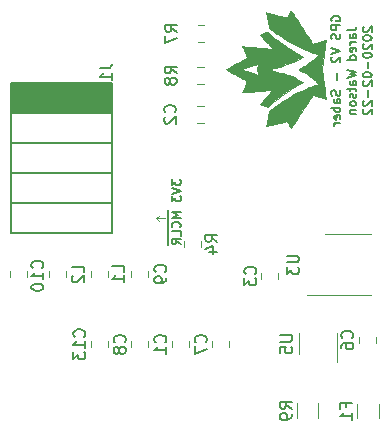
<source format=gbo>
G04 #@! TF.GenerationSoftware,KiCad,Pcbnew,(5.1.4)-1*
G04 #@! TF.CreationDate,2020-02-22T17:54:15-05:00*
G04 #@! TF.ProjectId,gps_2,6770735f-322e-46b6-9963-61645f706362,rev?*
G04 #@! TF.SameCoordinates,Original*
G04 #@! TF.FileFunction,Legend,Bot*
G04 #@! TF.FilePolarity,Positive*
%FSLAX46Y46*%
G04 Gerber Fmt 4.6, Leading zero omitted, Abs format (unit mm)*
G04 Created by KiCad (PCBNEW (5.1.4)-1) date 2020-02-22 17:54:15*
%MOMM*%
%LPD*%
G04 APERTURE LIST*
%ADD10C,0.120000*%
%ADD11C,0.190500*%
%ADD12C,0.127000*%
%ADD13C,0.010000*%
%ADD14C,0.150000*%
G04 APERTURE END LIST*
D10*
X79502000Y-52451000D02*
X79730600Y-52654200D01*
X79502000Y-52451000D02*
X79705200Y-52247800D01*
X80213200Y-52451000D02*
X79502000Y-52451000D01*
D11*
X94348300Y-35737800D02*
X94312014Y-35665228D01*
X94312014Y-35556371D01*
X94348300Y-35447514D01*
X94420871Y-35374942D01*
X94493442Y-35338657D01*
X94638585Y-35302371D01*
X94747442Y-35302371D01*
X94892585Y-35338657D01*
X94965157Y-35374942D01*
X95037728Y-35447514D01*
X95074014Y-35556371D01*
X95074014Y-35628942D01*
X95037728Y-35737800D01*
X95001442Y-35774085D01*
X94747442Y-35774085D01*
X94747442Y-35628942D01*
X95074014Y-36100657D02*
X94312014Y-36100657D01*
X94312014Y-36390942D01*
X94348300Y-36463514D01*
X94384585Y-36499800D01*
X94457157Y-36536085D01*
X94566014Y-36536085D01*
X94638585Y-36499800D01*
X94674871Y-36463514D01*
X94711157Y-36390942D01*
X94711157Y-36100657D01*
X95037728Y-36826371D02*
X95074014Y-36935228D01*
X95074014Y-37116657D01*
X95037728Y-37189228D01*
X95001442Y-37225514D01*
X94928871Y-37261800D01*
X94856300Y-37261800D01*
X94783728Y-37225514D01*
X94747442Y-37189228D01*
X94711157Y-37116657D01*
X94674871Y-36971514D01*
X94638585Y-36898942D01*
X94602300Y-36862657D01*
X94529728Y-36826371D01*
X94457157Y-36826371D01*
X94384585Y-36862657D01*
X94348300Y-36898942D01*
X94312014Y-36971514D01*
X94312014Y-37152942D01*
X94348300Y-37261800D01*
X94312014Y-38060085D02*
X95074014Y-38314085D01*
X94312014Y-38568085D01*
X94384585Y-38785800D02*
X94348300Y-38822085D01*
X94312014Y-38894657D01*
X94312014Y-39076085D01*
X94348300Y-39148657D01*
X94384585Y-39184942D01*
X94457157Y-39221228D01*
X94529728Y-39221228D01*
X94638585Y-39184942D01*
X95074014Y-38749514D01*
X95074014Y-39221228D01*
X94783728Y-40128371D02*
X94783728Y-40708942D01*
X95037728Y-41616085D02*
X95074014Y-41724942D01*
X95074014Y-41906371D01*
X95037728Y-41978942D01*
X95001442Y-42015228D01*
X94928871Y-42051514D01*
X94856300Y-42051514D01*
X94783728Y-42015228D01*
X94747442Y-41978942D01*
X94711157Y-41906371D01*
X94674871Y-41761228D01*
X94638585Y-41688657D01*
X94602300Y-41652371D01*
X94529728Y-41616085D01*
X94457157Y-41616085D01*
X94384585Y-41652371D01*
X94348300Y-41688657D01*
X94312014Y-41761228D01*
X94312014Y-41942657D01*
X94348300Y-42051514D01*
X95074014Y-42704657D02*
X94674871Y-42704657D01*
X94602300Y-42668371D01*
X94566014Y-42595800D01*
X94566014Y-42450657D01*
X94602300Y-42378085D01*
X95037728Y-42704657D02*
X95074014Y-42632085D01*
X95074014Y-42450657D01*
X95037728Y-42378085D01*
X94965157Y-42341800D01*
X94892585Y-42341800D01*
X94820014Y-42378085D01*
X94783728Y-42450657D01*
X94783728Y-42632085D01*
X94747442Y-42704657D01*
X95074014Y-43067514D02*
X94312014Y-43067514D01*
X94602300Y-43067514D02*
X94566014Y-43140085D01*
X94566014Y-43285228D01*
X94602300Y-43357800D01*
X94638585Y-43394085D01*
X94711157Y-43430371D01*
X94928871Y-43430371D01*
X95001442Y-43394085D01*
X95037728Y-43357800D01*
X95074014Y-43285228D01*
X95074014Y-43140085D01*
X95037728Y-43067514D01*
X95037728Y-44047228D02*
X95074014Y-43974657D01*
X95074014Y-43829514D01*
X95037728Y-43756942D01*
X94965157Y-43720657D01*
X94674871Y-43720657D01*
X94602300Y-43756942D01*
X94566014Y-43829514D01*
X94566014Y-43974657D01*
X94602300Y-44047228D01*
X94674871Y-44083514D01*
X94747442Y-44083514D01*
X94820014Y-43720657D01*
X95074014Y-44410085D02*
X94566014Y-44410085D01*
X94711157Y-44410085D02*
X94638585Y-44446371D01*
X94602300Y-44482657D01*
X94566014Y-44555228D01*
X94566014Y-44627800D01*
X95645514Y-36499800D02*
X96189800Y-36499800D01*
X96298657Y-36463514D01*
X96371228Y-36390942D01*
X96407514Y-36282085D01*
X96407514Y-36209514D01*
X96407514Y-37189228D02*
X96008371Y-37189228D01*
X95935800Y-37152942D01*
X95899514Y-37080371D01*
X95899514Y-36935228D01*
X95935800Y-36862657D01*
X96371228Y-37189228D02*
X96407514Y-37116657D01*
X96407514Y-36935228D01*
X96371228Y-36862657D01*
X96298657Y-36826371D01*
X96226085Y-36826371D01*
X96153514Y-36862657D01*
X96117228Y-36935228D01*
X96117228Y-37116657D01*
X96080942Y-37189228D01*
X96407514Y-37552085D02*
X95899514Y-37552085D01*
X96044657Y-37552085D02*
X95972085Y-37588371D01*
X95935800Y-37624657D01*
X95899514Y-37697228D01*
X95899514Y-37769799D01*
X96371228Y-38314085D02*
X96407514Y-38241514D01*
X96407514Y-38096371D01*
X96371228Y-38023799D01*
X96298657Y-37987514D01*
X96008371Y-37987514D01*
X95935800Y-38023799D01*
X95899514Y-38096371D01*
X95899514Y-38241514D01*
X95935800Y-38314085D01*
X96008371Y-38350371D01*
X96080942Y-38350371D01*
X96153514Y-37987514D01*
X96407514Y-39003514D02*
X95645514Y-39003514D01*
X96371228Y-39003514D02*
X96407514Y-38930942D01*
X96407514Y-38785799D01*
X96371228Y-38713228D01*
X96334942Y-38676942D01*
X96262371Y-38640657D01*
X96044657Y-38640657D01*
X95972085Y-38676942D01*
X95935800Y-38713228D01*
X95899514Y-38785799D01*
X95899514Y-38930942D01*
X95935800Y-39003514D01*
X95645514Y-39874371D02*
X96407514Y-40055799D01*
X95863228Y-40200942D01*
X96407514Y-40346085D01*
X95645514Y-40527514D01*
X96407514Y-41144371D02*
X96008371Y-41144371D01*
X95935800Y-41108085D01*
X95899514Y-41035514D01*
X95899514Y-40890371D01*
X95935800Y-40817799D01*
X96371228Y-41144371D02*
X96407514Y-41071799D01*
X96407514Y-40890371D01*
X96371228Y-40817799D01*
X96298657Y-40781514D01*
X96226085Y-40781514D01*
X96153514Y-40817799D01*
X96117228Y-40890371D01*
X96117228Y-41071799D01*
X96080942Y-41144371D01*
X95899514Y-41398371D02*
X95899514Y-41688657D01*
X95645514Y-41507228D02*
X96298657Y-41507228D01*
X96371228Y-41543514D01*
X96407514Y-41616085D01*
X96407514Y-41688657D01*
X96371228Y-41906371D02*
X96407514Y-41978942D01*
X96407514Y-42124085D01*
X96371228Y-42196657D01*
X96298657Y-42232942D01*
X96262371Y-42232942D01*
X96189800Y-42196657D01*
X96153514Y-42124085D01*
X96153514Y-42015228D01*
X96117228Y-41942657D01*
X96044657Y-41906371D01*
X96008371Y-41906371D01*
X95935800Y-41942657D01*
X95899514Y-42015228D01*
X95899514Y-42124085D01*
X95935800Y-42196657D01*
X96407514Y-42668371D02*
X96371228Y-42595799D01*
X96334942Y-42559514D01*
X96262371Y-42523228D01*
X96044657Y-42523228D01*
X95972085Y-42559514D01*
X95935800Y-42595799D01*
X95899514Y-42668371D01*
X95899514Y-42777228D01*
X95935800Y-42849799D01*
X95972085Y-42886085D01*
X96044657Y-42922371D01*
X96262371Y-42922371D01*
X96334942Y-42886085D01*
X96371228Y-42849799D01*
X96407514Y-42777228D01*
X96407514Y-42668371D01*
X95899514Y-43248942D02*
X96407514Y-43248942D01*
X95972085Y-43248942D02*
X95935800Y-43285228D01*
X95899514Y-43357799D01*
X95899514Y-43466657D01*
X95935800Y-43539228D01*
X96008371Y-43575514D01*
X96407514Y-43575514D01*
X97051585Y-36227657D02*
X97015300Y-36263942D01*
X96979014Y-36336514D01*
X96979014Y-36517942D01*
X97015300Y-36590514D01*
X97051585Y-36626800D01*
X97124157Y-36663085D01*
X97196728Y-36663085D01*
X97305585Y-36626800D01*
X97741014Y-36191371D01*
X97741014Y-36663085D01*
X96979014Y-37134800D02*
X96979014Y-37207371D01*
X97015300Y-37279942D01*
X97051585Y-37316228D01*
X97124157Y-37352514D01*
X97269300Y-37388800D01*
X97450728Y-37388800D01*
X97595871Y-37352514D01*
X97668442Y-37316228D01*
X97704728Y-37279942D01*
X97741014Y-37207371D01*
X97741014Y-37134800D01*
X97704728Y-37062228D01*
X97668442Y-37025942D01*
X97595871Y-36989657D01*
X97450728Y-36953371D01*
X97269300Y-36953371D01*
X97124157Y-36989657D01*
X97051585Y-37025942D01*
X97015300Y-37062228D01*
X96979014Y-37134800D01*
X97051585Y-37679085D02*
X97015300Y-37715371D01*
X96979014Y-37787942D01*
X96979014Y-37969371D01*
X97015300Y-38041942D01*
X97051585Y-38078228D01*
X97124157Y-38114514D01*
X97196728Y-38114514D01*
X97305585Y-38078228D01*
X97741014Y-37642800D01*
X97741014Y-38114514D01*
X96979014Y-38586228D02*
X96979014Y-38658800D01*
X97015300Y-38731371D01*
X97051585Y-38767657D01*
X97124157Y-38803942D01*
X97269300Y-38840228D01*
X97450728Y-38840228D01*
X97595871Y-38803942D01*
X97668442Y-38767657D01*
X97704728Y-38731371D01*
X97741014Y-38658800D01*
X97741014Y-38586228D01*
X97704728Y-38513657D01*
X97668442Y-38477371D01*
X97595871Y-38441085D01*
X97450728Y-38404800D01*
X97269300Y-38404800D01*
X97124157Y-38441085D01*
X97051585Y-38477371D01*
X97015300Y-38513657D01*
X96979014Y-38586228D01*
X97450728Y-39166800D02*
X97450728Y-39747371D01*
X96979014Y-40255371D02*
X96979014Y-40327942D01*
X97015300Y-40400514D01*
X97051585Y-40436800D01*
X97124157Y-40473085D01*
X97269300Y-40509371D01*
X97450728Y-40509371D01*
X97595871Y-40473085D01*
X97668442Y-40436800D01*
X97704728Y-40400514D01*
X97741014Y-40327942D01*
X97741014Y-40255371D01*
X97704728Y-40182800D01*
X97668442Y-40146514D01*
X97595871Y-40110228D01*
X97450728Y-40073942D01*
X97269300Y-40073942D01*
X97124157Y-40110228D01*
X97051585Y-40146514D01*
X97015300Y-40182800D01*
X96979014Y-40255371D01*
X97051585Y-40799657D02*
X97015300Y-40835942D01*
X96979014Y-40908514D01*
X96979014Y-41089942D01*
X97015300Y-41162514D01*
X97051585Y-41198800D01*
X97124157Y-41235085D01*
X97196728Y-41235085D01*
X97305585Y-41198800D01*
X97741014Y-40763371D01*
X97741014Y-41235085D01*
X97450728Y-41561657D02*
X97450728Y-42142228D01*
X97051585Y-42468800D02*
X97015300Y-42505085D01*
X96979014Y-42577657D01*
X96979014Y-42759085D01*
X97015300Y-42831657D01*
X97051585Y-42867942D01*
X97124157Y-42904228D01*
X97196728Y-42904228D01*
X97305585Y-42867942D01*
X97741014Y-42432514D01*
X97741014Y-42904228D01*
X97051585Y-43194514D02*
X97015300Y-43230800D01*
X96979014Y-43303371D01*
X96979014Y-43484800D01*
X97015300Y-43557371D01*
X97051585Y-43593657D01*
X97124157Y-43629942D01*
X97196728Y-43629942D01*
X97305585Y-43593657D01*
X97741014Y-43158228D01*
X97741014Y-43629942D01*
D12*
X80786514Y-49152628D02*
X80786514Y-49624342D01*
X81076800Y-49370342D01*
X81076800Y-49479200D01*
X81113085Y-49551771D01*
X81149371Y-49588057D01*
X81221942Y-49624342D01*
X81403371Y-49624342D01*
X81475942Y-49588057D01*
X81512228Y-49551771D01*
X81548514Y-49479200D01*
X81548514Y-49261485D01*
X81512228Y-49188914D01*
X81475942Y-49152628D01*
X80786514Y-49842057D02*
X81548514Y-50096057D01*
X80786514Y-50350057D01*
X80786514Y-50531485D02*
X80786514Y-51003200D01*
X81076800Y-50749200D01*
X81076800Y-50858057D01*
X81113085Y-50930628D01*
X81149371Y-50966914D01*
X81221942Y-51003200D01*
X81403371Y-51003200D01*
X81475942Y-50966914D01*
X81512228Y-50930628D01*
X81548514Y-50858057D01*
X81548514Y-50640342D01*
X81512228Y-50567771D01*
X81475942Y-50531485D01*
X80490060Y-51728914D02*
X80490060Y-52599771D01*
X81548514Y-51910342D02*
X80786514Y-51910342D01*
X81330800Y-52164342D01*
X80786514Y-52418342D01*
X81548514Y-52418342D01*
X80490060Y-52599771D02*
X80490060Y-53361771D01*
X81475942Y-53216628D02*
X81512228Y-53180342D01*
X81548514Y-53071485D01*
X81548514Y-52998914D01*
X81512228Y-52890057D01*
X81439657Y-52817485D01*
X81367085Y-52781200D01*
X81221942Y-52744914D01*
X81113085Y-52744914D01*
X80967942Y-52781200D01*
X80895371Y-52817485D01*
X80822800Y-52890057D01*
X80786514Y-52998914D01*
X80786514Y-53071485D01*
X80822800Y-53180342D01*
X80859085Y-53216628D01*
X80490060Y-53361771D02*
X80490060Y-53978628D01*
X81548514Y-53906057D02*
X81548514Y-53543200D01*
X80786514Y-53543200D01*
X80490060Y-53978628D02*
X80490060Y-54740628D01*
X81548514Y-54595485D02*
X81185657Y-54341485D01*
X81548514Y-54160057D02*
X80786514Y-54160057D01*
X80786514Y-54450342D01*
X80822800Y-54522914D01*
X80859085Y-54559200D01*
X80931657Y-54595485D01*
X81040514Y-54595485D01*
X81113085Y-54559200D01*
X81149371Y-54522914D01*
X81185657Y-54450342D01*
X81185657Y-54160057D01*
D13*
G36*
X85407010Y-39843028D02*
G01*
X85441338Y-39864231D01*
X85496188Y-39896666D01*
X85569630Y-39939234D01*
X85659737Y-39990834D01*
X85764580Y-40050366D01*
X85882229Y-40116730D01*
X86010756Y-40188826D01*
X86148233Y-40265552D01*
X86267987Y-40332094D01*
X86411933Y-40411938D01*
X86548989Y-40487995D01*
X86677176Y-40559165D01*
X86794511Y-40624347D01*
X86899016Y-40682438D01*
X86988709Y-40732338D01*
X87061610Y-40772945D01*
X87115739Y-40803159D01*
X87149116Y-40821878D01*
X87159594Y-40827867D01*
X87162401Y-40836314D01*
X87159100Y-40856019D01*
X87148902Y-40889026D01*
X87131017Y-40937380D01*
X87104656Y-41003123D01*
X87069031Y-41088302D01*
X87023352Y-41194960D01*
X86973970Y-41308765D01*
X86927719Y-41415658D01*
X86885596Y-41514465D01*
X86848780Y-41602309D01*
X86818450Y-41676313D01*
X86795785Y-41733598D01*
X86781963Y-41771286D01*
X86778164Y-41786501D01*
X86778234Y-41786599D01*
X86793046Y-41786560D01*
X86833616Y-41783990D01*
X86897998Y-41779059D01*
X86984244Y-41771942D01*
X87090409Y-41762810D01*
X87214546Y-41751835D01*
X87354709Y-41739190D01*
X87508951Y-41725048D01*
X87675327Y-41709580D01*
X87851890Y-41692960D01*
X88036693Y-41675359D01*
X88067426Y-41672412D01*
X88253315Y-41654641D01*
X88431227Y-41637764D01*
X88599220Y-41621958D01*
X88755354Y-41607398D01*
X88897688Y-41594263D01*
X89024282Y-41582728D01*
X89133195Y-41572969D01*
X89222485Y-41565165D01*
X89290213Y-41559491D01*
X89334438Y-41556123D01*
X89353219Y-41555240D01*
X89353738Y-41555345D01*
X89345821Y-41566503D01*
X89320973Y-41596575D01*
X89280805Y-41643713D01*
X89226926Y-41706067D01*
X89160945Y-41781791D01*
X89084472Y-41869035D01*
X88999118Y-41965951D01*
X88906491Y-42070690D01*
X88824279Y-42163322D01*
X88726587Y-42273416D01*
X88634646Y-42377399D01*
X88550090Y-42473400D01*
X88474552Y-42559548D01*
X88409665Y-42633969D01*
X88357061Y-42694794D01*
X88318374Y-42740149D01*
X88295235Y-42768164D01*
X88289009Y-42776906D01*
X88292125Y-42781155D01*
X88303016Y-42787684D01*
X88323995Y-42797398D01*
X88357377Y-42811202D01*
X88405476Y-42830001D01*
X88470604Y-42854701D01*
X88555077Y-42886206D01*
X88661207Y-42925422D01*
X88784366Y-42970706D01*
X88896984Y-43012053D01*
X89033804Y-42893452D01*
X89214811Y-42740432D01*
X89412990Y-42579933D01*
X89625120Y-42414207D01*
X89847982Y-42245506D01*
X90078356Y-42076079D01*
X90313021Y-41908179D01*
X90548758Y-41744057D01*
X90782346Y-41585964D01*
X91010566Y-41436152D01*
X91230197Y-41296872D01*
X91438019Y-41170374D01*
X91630813Y-41058911D01*
X91754073Y-40991584D01*
X91896445Y-40916001D01*
X91829715Y-40870089D01*
X91692990Y-40782567D01*
X91533644Y-40691877D01*
X91356374Y-40600199D01*
X91165874Y-40509714D01*
X90966842Y-40422604D01*
X90763974Y-40341049D01*
X90561965Y-40267231D01*
X90453228Y-40230815D01*
X90239160Y-40165149D01*
X90003994Y-40099422D01*
X89754411Y-40035289D01*
X89497096Y-39974409D01*
X89238731Y-39918437D01*
X89017594Y-39874892D01*
X88806727Y-39835458D01*
X89163731Y-39763807D01*
X89535504Y-39684626D01*
X89881780Y-39601214D01*
X90204676Y-39512820D01*
X90506312Y-39418694D01*
X90788806Y-39318085D01*
X91054277Y-39210243D01*
X91304844Y-39094418D01*
X91542627Y-38969860D01*
X91750577Y-38847737D01*
X91803408Y-38814487D01*
X91846911Y-38786063D01*
X91875911Y-38765914D01*
X91885178Y-38758092D01*
X91876478Y-38747761D01*
X91847879Y-38728531D01*
X91804518Y-38703673D01*
X91776897Y-38689125D01*
X91626168Y-38608230D01*
X91457322Y-38510982D01*
X91273190Y-38399358D01*
X91076603Y-38275332D01*
X90870394Y-38140881D01*
X90657393Y-37997981D01*
X90440432Y-37848608D01*
X90222344Y-37694738D01*
X90005958Y-37538347D01*
X89794108Y-37381411D01*
X89589625Y-37225906D01*
X89395339Y-37073808D01*
X89214084Y-36927093D01*
X89048689Y-36787737D01*
X89033804Y-36774866D01*
X88896984Y-36656265D01*
X88784366Y-36697612D01*
X88655471Y-36745008D01*
X88550436Y-36783831D01*
X88466948Y-36814983D01*
X88402695Y-36839369D01*
X88355364Y-36857893D01*
X88322643Y-36871459D01*
X88302220Y-36880971D01*
X88291782Y-36887333D01*
X88289009Y-36891264D01*
X88298001Y-36903444D01*
X88323889Y-36934527D01*
X88365041Y-36982639D01*
X88419826Y-37045910D01*
X88486611Y-37122467D01*
X88563765Y-37210439D01*
X88649655Y-37307955D01*
X88742651Y-37413142D01*
X88824124Y-37505002D01*
X88921581Y-37614927D01*
X89013124Y-37718573D01*
X89097145Y-37814092D01*
X89172035Y-37899636D01*
X89236183Y-37973356D01*
X89287980Y-38033404D01*
X89325818Y-38077932D01*
X89348087Y-38105090D01*
X89353583Y-38113128D01*
X89339218Y-38112649D01*
X89299087Y-38109659D01*
X89235132Y-38104333D01*
X89149293Y-38096850D01*
X89043509Y-38087386D01*
X88919722Y-38076117D01*
X88779872Y-38063221D01*
X88625899Y-38048875D01*
X88459743Y-38033254D01*
X88283346Y-38016537D01*
X88260717Y-38014377D01*
X88260717Y-39328439D01*
X88262202Y-39333525D01*
X88247140Y-39353976D01*
X88218727Y-39385535D01*
X88214811Y-39389619D01*
X88173826Y-39438855D01*
X88131815Y-39500036D01*
X88100057Y-39555803D01*
X88052887Y-39680024D01*
X88032748Y-39806122D01*
X88039220Y-39931346D01*
X88071885Y-40052943D01*
X88130325Y-40168161D01*
X88208306Y-40268104D01*
X88240038Y-40303723D01*
X88259448Y-40329007D01*
X88263447Y-40339783D01*
X88261173Y-40339561D01*
X88244434Y-40334193D01*
X88203502Y-40321293D01*
X88140762Y-40301607D01*
X88058596Y-40275881D01*
X87959391Y-40244859D01*
X87845528Y-40209288D01*
X87719393Y-40169913D01*
X87583369Y-40127480D01*
X87446981Y-40084959D01*
X87304400Y-40040494D01*
X87169942Y-39998515D01*
X87045922Y-39959746D01*
X86934656Y-39924913D01*
X86838456Y-39894742D01*
X86759638Y-39869960D01*
X86700516Y-39851291D01*
X86663405Y-39839462D01*
X86650624Y-39835208D01*
X86662975Y-39830739D01*
X86699620Y-39818730D01*
X86758272Y-39799903D01*
X86836644Y-39774982D01*
X86932448Y-39744689D01*
X87043399Y-39709748D01*
X87167209Y-39670882D01*
X87301591Y-39628814D01*
X87443939Y-39584366D01*
X87587417Y-39539602D01*
X87723264Y-39497181D01*
X87849101Y-39457847D01*
X87962553Y-39422346D01*
X88061242Y-39391423D01*
X88142790Y-39365822D01*
X88204821Y-39346287D01*
X88244957Y-39333565D01*
X88260717Y-39328439D01*
X88260717Y-38014377D01*
X88098647Y-37998900D01*
X88067426Y-37995906D01*
X87881462Y-37978163D01*
X87703420Y-37961375D01*
X87535245Y-37945714D01*
X87378885Y-37931352D01*
X87236286Y-37918462D01*
X87109395Y-37907216D01*
X87000158Y-37897786D01*
X86910522Y-37890344D01*
X86842433Y-37885062D01*
X86797839Y-37882113D01*
X86778684Y-37881669D01*
X86778107Y-37881846D01*
X86781456Y-37896171D01*
X86794863Y-37933075D01*
X86817148Y-37989672D01*
X86847132Y-38063075D01*
X86883635Y-38150397D01*
X86925477Y-38248750D01*
X86971478Y-38355248D01*
X86972436Y-38357449D01*
X87018740Y-38463971D01*
X87061338Y-38562211D01*
X87098997Y-38649305D01*
X87130484Y-38722392D01*
X87154566Y-38778610D01*
X87170009Y-38815097D01*
X87175582Y-38828990D01*
X87175584Y-38829018D01*
X87163721Y-38836369D01*
X87129406Y-38856119D01*
X87074544Y-38887204D01*
X87001043Y-38928554D01*
X86910812Y-38979104D01*
X86805757Y-39037786D01*
X86687786Y-39103533D01*
X86558807Y-39175279D01*
X86420726Y-39251955D01*
X86285332Y-39327022D01*
X86140412Y-39407497D01*
X86002822Y-39484263D01*
X85874471Y-39556232D01*
X85757272Y-39622316D01*
X85653133Y-39681426D01*
X85563964Y-39732475D01*
X85491676Y-39774374D01*
X85438178Y-39806035D01*
X85405382Y-39826369D01*
X85395133Y-39834159D01*
X85407010Y-39843028D01*
X85407010Y-39843028D01*
G37*
X85407010Y-39843028D02*
X85441338Y-39864231D01*
X85496188Y-39896666D01*
X85569630Y-39939234D01*
X85659737Y-39990834D01*
X85764580Y-40050366D01*
X85882229Y-40116730D01*
X86010756Y-40188826D01*
X86148233Y-40265552D01*
X86267987Y-40332094D01*
X86411933Y-40411938D01*
X86548989Y-40487995D01*
X86677176Y-40559165D01*
X86794511Y-40624347D01*
X86899016Y-40682438D01*
X86988709Y-40732338D01*
X87061610Y-40772945D01*
X87115739Y-40803159D01*
X87149116Y-40821878D01*
X87159594Y-40827867D01*
X87162401Y-40836314D01*
X87159100Y-40856019D01*
X87148902Y-40889026D01*
X87131017Y-40937380D01*
X87104656Y-41003123D01*
X87069031Y-41088302D01*
X87023352Y-41194960D01*
X86973970Y-41308765D01*
X86927719Y-41415658D01*
X86885596Y-41514465D01*
X86848780Y-41602309D01*
X86818450Y-41676313D01*
X86795785Y-41733598D01*
X86781963Y-41771286D01*
X86778164Y-41786501D01*
X86778234Y-41786599D01*
X86793046Y-41786560D01*
X86833616Y-41783990D01*
X86897998Y-41779059D01*
X86984244Y-41771942D01*
X87090409Y-41762810D01*
X87214546Y-41751835D01*
X87354709Y-41739190D01*
X87508951Y-41725048D01*
X87675327Y-41709580D01*
X87851890Y-41692960D01*
X88036693Y-41675359D01*
X88067426Y-41672412D01*
X88253315Y-41654641D01*
X88431227Y-41637764D01*
X88599220Y-41621958D01*
X88755354Y-41607398D01*
X88897688Y-41594263D01*
X89024282Y-41582728D01*
X89133195Y-41572969D01*
X89222485Y-41565165D01*
X89290213Y-41559491D01*
X89334438Y-41556123D01*
X89353219Y-41555240D01*
X89353738Y-41555345D01*
X89345821Y-41566503D01*
X89320973Y-41596575D01*
X89280805Y-41643713D01*
X89226926Y-41706067D01*
X89160945Y-41781791D01*
X89084472Y-41869035D01*
X88999118Y-41965951D01*
X88906491Y-42070690D01*
X88824279Y-42163322D01*
X88726587Y-42273416D01*
X88634646Y-42377399D01*
X88550090Y-42473400D01*
X88474552Y-42559548D01*
X88409665Y-42633969D01*
X88357061Y-42694794D01*
X88318374Y-42740149D01*
X88295235Y-42768164D01*
X88289009Y-42776906D01*
X88292125Y-42781155D01*
X88303016Y-42787684D01*
X88323995Y-42797398D01*
X88357377Y-42811202D01*
X88405476Y-42830001D01*
X88470604Y-42854701D01*
X88555077Y-42886206D01*
X88661207Y-42925422D01*
X88784366Y-42970706D01*
X88896984Y-43012053D01*
X89033804Y-42893452D01*
X89214811Y-42740432D01*
X89412990Y-42579933D01*
X89625120Y-42414207D01*
X89847982Y-42245506D01*
X90078356Y-42076079D01*
X90313021Y-41908179D01*
X90548758Y-41744057D01*
X90782346Y-41585964D01*
X91010566Y-41436152D01*
X91230197Y-41296872D01*
X91438019Y-41170374D01*
X91630813Y-41058911D01*
X91754073Y-40991584D01*
X91896445Y-40916001D01*
X91829715Y-40870089D01*
X91692990Y-40782567D01*
X91533644Y-40691877D01*
X91356374Y-40600199D01*
X91165874Y-40509714D01*
X90966842Y-40422604D01*
X90763974Y-40341049D01*
X90561965Y-40267231D01*
X90453228Y-40230815D01*
X90239160Y-40165149D01*
X90003994Y-40099422D01*
X89754411Y-40035289D01*
X89497096Y-39974409D01*
X89238731Y-39918437D01*
X89017594Y-39874892D01*
X88806727Y-39835458D01*
X89163731Y-39763807D01*
X89535504Y-39684626D01*
X89881780Y-39601214D01*
X90204676Y-39512820D01*
X90506312Y-39418694D01*
X90788806Y-39318085D01*
X91054277Y-39210243D01*
X91304844Y-39094418D01*
X91542627Y-38969860D01*
X91750577Y-38847737D01*
X91803408Y-38814487D01*
X91846911Y-38786063D01*
X91875911Y-38765914D01*
X91885178Y-38758092D01*
X91876478Y-38747761D01*
X91847879Y-38728531D01*
X91804518Y-38703673D01*
X91776897Y-38689125D01*
X91626168Y-38608230D01*
X91457322Y-38510982D01*
X91273190Y-38399358D01*
X91076603Y-38275332D01*
X90870394Y-38140881D01*
X90657393Y-37997981D01*
X90440432Y-37848608D01*
X90222344Y-37694738D01*
X90005958Y-37538347D01*
X89794108Y-37381411D01*
X89589625Y-37225906D01*
X89395339Y-37073808D01*
X89214084Y-36927093D01*
X89048689Y-36787737D01*
X89033804Y-36774866D01*
X88896984Y-36656265D01*
X88784366Y-36697612D01*
X88655471Y-36745008D01*
X88550436Y-36783831D01*
X88466948Y-36814983D01*
X88402695Y-36839369D01*
X88355364Y-36857893D01*
X88322643Y-36871459D01*
X88302220Y-36880971D01*
X88291782Y-36887333D01*
X88289009Y-36891264D01*
X88298001Y-36903444D01*
X88323889Y-36934527D01*
X88365041Y-36982639D01*
X88419826Y-37045910D01*
X88486611Y-37122467D01*
X88563765Y-37210439D01*
X88649655Y-37307955D01*
X88742651Y-37413142D01*
X88824124Y-37505002D01*
X88921581Y-37614927D01*
X89013124Y-37718573D01*
X89097145Y-37814092D01*
X89172035Y-37899636D01*
X89236183Y-37973356D01*
X89287980Y-38033404D01*
X89325818Y-38077932D01*
X89348087Y-38105090D01*
X89353583Y-38113128D01*
X89339218Y-38112649D01*
X89299087Y-38109659D01*
X89235132Y-38104333D01*
X89149293Y-38096850D01*
X89043509Y-38087386D01*
X88919722Y-38076117D01*
X88779872Y-38063221D01*
X88625899Y-38048875D01*
X88459743Y-38033254D01*
X88283346Y-38016537D01*
X88260717Y-38014377D01*
X88260717Y-39328439D01*
X88262202Y-39333525D01*
X88247140Y-39353976D01*
X88218727Y-39385535D01*
X88214811Y-39389619D01*
X88173826Y-39438855D01*
X88131815Y-39500036D01*
X88100057Y-39555803D01*
X88052887Y-39680024D01*
X88032748Y-39806122D01*
X88039220Y-39931346D01*
X88071885Y-40052943D01*
X88130325Y-40168161D01*
X88208306Y-40268104D01*
X88240038Y-40303723D01*
X88259448Y-40329007D01*
X88263447Y-40339783D01*
X88261173Y-40339561D01*
X88244434Y-40334193D01*
X88203502Y-40321293D01*
X88140762Y-40301607D01*
X88058596Y-40275881D01*
X87959391Y-40244859D01*
X87845528Y-40209288D01*
X87719393Y-40169913D01*
X87583369Y-40127480D01*
X87446981Y-40084959D01*
X87304400Y-40040494D01*
X87169942Y-39998515D01*
X87045922Y-39959746D01*
X86934656Y-39924913D01*
X86838456Y-39894742D01*
X86759638Y-39869960D01*
X86700516Y-39851291D01*
X86663405Y-39839462D01*
X86650624Y-39835208D01*
X86662975Y-39830739D01*
X86699620Y-39818730D01*
X86758272Y-39799903D01*
X86836644Y-39774982D01*
X86932448Y-39744689D01*
X87043399Y-39709748D01*
X87167209Y-39670882D01*
X87301591Y-39628814D01*
X87443939Y-39584366D01*
X87587417Y-39539602D01*
X87723264Y-39497181D01*
X87849101Y-39457847D01*
X87962553Y-39422346D01*
X88061242Y-39391423D01*
X88142790Y-39365822D01*
X88204821Y-39346287D01*
X88244957Y-39333565D01*
X88260717Y-39328439D01*
X88260717Y-38014377D01*
X88098647Y-37998900D01*
X88067426Y-37995906D01*
X87881462Y-37978163D01*
X87703420Y-37961375D01*
X87535245Y-37945714D01*
X87378885Y-37931352D01*
X87236286Y-37918462D01*
X87109395Y-37907216D01*
X87000158Y-37897786D01*
X86910522Y-37890344D01*
X86842433Y-37885062D01*
X86797839Y-37882113D01*
X86778684Y-37881669D01*
X86778107Y-37881846D01*
X86781456Y-37896171D01*
X86794863Y-37933075D01*
X86817148Y-37989672D01*
X86847132Y-38063075D01*
X86883635Y-38150397D01*
X86925477Y-38248750D01*
X86971478Y-38355248D01*
X86972436Y-38357449D01*
X87018740Y-38463971D01*
X87061338Y-38562211D01*
X87098997Y-38649305D01*
X87130484Y-38722392D01*
X87154566Y-38778610D01*
X87170009Y-38815097D01*
X87175582Y-38828990D01*
X87175584Y-38829018D01*
X87163721Y-38836369D01*
X87129406Y-38856119D01*
X87074544Y-38887204D01*
X87001043Y-38928554D01*
X86910812Y-38979104D01*
X86805757Y-39037786D01*
X86687786Y-39103533D01*
X86558807Y-39175279D01*
X86420726Y-39251955D01*
X86285332Y-39327022D01*
X86140412Y-39407497D01*
X86002822Y-39484263D01*
X85874471Y-39556232D01*
X85757272Y-39622316D01*
X85653133Y-39681426D01*
X85563964Y-39732475D01*
X85491676Y-39774374D01*
X85438178Y-39806035D01*
X85405382Y-39826369D01*
X85395133Y-39834159D01*
X85407010Y-39843028D01*
G36*
X88799139Y-35028593D02*
G01*
X88805999Y-35067266D01*
X88817260Y-35127904D01*
X88832410Y-35207838D01*
X88850942Y-35304398D01*
X88872344Y-35414917D01*
X88896109Y-35536724D01*
X88921726Y-35667151D01*
X88922167Y-35669388D01*
X88954147Y-35830554D01*
X88981563Y-35966150D01*
X89004830Y-36077992D01*
X89024359Y-36167895D01*
X89040565Y-36237678D01*
X89053860Y-36289156D01*
X89064657Y-36324147D01*
X89073369Y-36344465D01*
X89076808Y-36349404D01*
X89103653Y-36374347D01*
X89150511Y-36412652D01*
X89214332Y-36462093D01*
X89292066Y-36520447D01*
X89380663Y-36585488D01*
X89477074Y-36654992D01*
X89578248Y-36726733D01*
X89681137Y-36798488D01*
X89782690Y-36868030D01*
X89847667Y-36911746D01*
X90165868Y-37118283D01*
X90494752Y-37320637D01*
X90830058Y-37516508D01*
X91167525Y-37703597D01*
X91502894Y-37879603D01*
X91831903Y-38042226D01*
X92150292Y-38189168D01*
X92450433Y-38316763D01*
X92532460Y-38348932D01*
X92626075Y-38383899D01*
X92726436Y-38420021D01*
X92828698Y-38455660D01*
X92928017Y-38489173D01*
X93019552Y-38518920D01*
X93098458Y-38543260D01*
X93159891Y-38560552D01*
X93191944Y-38567977D01*
X93225230Y-38576493D01*
X93242889Y-38585440D01*
X93243748Y-38587353D01*
X93233668Y-38600708D01*
X93205484Y-38629344D01*
X93162281Y-38670491D01*
X93107146Y-38721376D01*
X93043162Y-38779231D01*
X92973416Y-38841284D01*
X92900993Y-38904764D01*
X92828978Y-38966902D01*
X92760456Y-39024927D01*
X92709279Y-39067298D01*
X92545480Y-39197062D01*
X92383445Y-39316559D01*
X92216824Y-39430034D01*
X92039269Y-39541735D01*
X91844429Y-39655907D01*
X91750142Y-39708823D01*
X91680713Y-39748226D01*
X91621532Y-39783531D01*
X91576210Y-39812440D01*
X91548358Y-39832655D01*
X91541375Y-39841718D01*
X91557492Y-39852252D01*
X91592895Y-39872885D01*
X91642312Y-39900610D01*
X91698872Y-39931556D01*
X91970632Y-40085377D01*
X92220819Y-40241693D01*
X92455650Y-40404620D01*
X92681339Y-40578274D01*
X92707913Y-40599874D01*
X92771621Y-40652761D01*
X92841280Y-40711968D01*
X92913811Y-40774733D01*
X92986136Y-40838290D01*
X93055177Y-40899878D01*
X93117857Y-40956732D01*
X93171096Y-41006089D01*
X93211818Y-41045184D01*
X93236943Y-41071255D01*
X93243748Y-41080965D01*
X93231561Y-41089457D01*
X93201337Y-41098419D01*
X93191944Y-41100341D01*
X93147051Y-41111171D01*
X93081000Y-41130297D01*
X92998634Y-41156079D01*
X92904797Y-41186876D01*
X92804333Y-41221047D01*
X92702086Y-41256951D01*
X92602897Y-41292946D01*
X92511612Y-41327393D01*
X92450433Y-41351555D01*
X92152602Y-41478184D01*
X91839721Y-41622517D01*
X91516083Y-41782235D01*
X91185979Y-41955023D01*
X90853701Y-42138565D01*
X90523542Y-42330544D01*
X90199792Y-42528644D01*
X89886743Y-42730549D01*
X89849701Y-42755190D01*
X89750844Y-42821955D01*
X89648588Y-42892422D01*
X89545978Y-42964369D01*
X89446059Y-43035576D01*
X89351878Y-43103824D01*
X89266478Y-43166890D01*
X89192907Y-43222556D01*
X89134208Y-43268600D01*
X89093428Y-43302803D01*
X89077358Y-43318306D01*
X89069421Y-43333012D01*
X89059332Y-43362781D01*
X89046704Y-43409313D01*
X89031153Y-43474303D01*
X89012294Y-43559448D01*
X88989741Y-43666447D01*
X88963109Y-43796995D01*
X88932013Y-43952790D01*
X88923016Y-43998322D01*
X88897327Y-44128932D01*
X88873473Y-44250967D01*
X88851963Y-44361762D01*
X88833310Y-44458647D01*
X88818024Y-44538955D01*
X88806615Y-44600018D01*
X88799595Y-44639170D01*
X88797474Y-44653741D01*
X88797486Y-44653763D01*
X88810886Y-44650941D01*
X88848491Y-44641914D01*
X88907542Y-44627383D01*
X88985277Y-44608047D01*
X89078938Y-44584607D01*
X89185763Y-44557764D01*
X89302994Y-44528217D01*
X89427868Y-44496666D01*
X89557627Y-44463813D01*
X89689510Y-44430357D01*
X89820757Y-44396998D01*
X89948607Y-44364437D01*
X90070302Y-44333374D01*
X90183080Y-44304510D01*
X90284181Y-44278544D01*
X90370845Y-44256176D01*
X90440313Y-44238108D01*
X90489823Y-44225039D01*
X90516616Y-44217669D01*
X90517681Y-44217351D01*
X90528282Y-44220730D01*
X90544395Y-44237335D01*
X90567432Y-44269317D01*
X90598807Y-44318830D01*
X90639932Y-44388026D01*
X90692221Y-44479058D01*
X90709833Y-44510130D01*
X90756880Y-44592589D01*
X90799770Y-44666368D01*
X90836531Y-44728188D01*
X90865194Y-44774772D01*
X90883788Y-44802841D01*
X90889999Y-44809775D01*
X90898822Y-44798349D01*
X90921894Y-44765018D01*
X90958275Y-44711205D01*
X91007026Y-44638333D01*
X91067207Y-44547823D01*
X91137880Y-44441099D01*
X91218104Y-44319583D01*
X91306940Y-44184697D01*
X91403449Y-44037863D01*
X91506692Y-43880505D01*
X91615728Y-43714045D01*
X91729619Y-43539904D01*
X91818230Y-43404238D01*
X91935204Y-43225218D01*
X92048082Y-43052800D01*
X92155920Y-42888410D01*
X92257775Y-42733471D01*
X92352704Y-42589405D01*
X92439764Y-42457636D01*
X92518013Y-42339587D01*
X92586507Y-42236681D01*
X92644302Y-42150343D01*
X92690457Y-42081995D01*
X92724028Y-42033060D01*
X92744072Y-42004962D01*
X92749666Y-41998418D01*
X92765570Y-42002433D01*
X92805096Y-42014010D01*
X92865345Y-42032254D01*
X92943418Y-42056273D01*
X93036418Y-42085173D01*
X93141445Y-42118060D01*
X93255600Y-42154041D01*
X93296534Y-42166997D01*
X93412883Y-42203573D01*
X93520915Y-42236981D01*
X93617768Y-42266376D01*
X93700582Y-42290916D01*
X93766497Y-42309757D01*
X93812652Y-42322056D01*
X93836187Y-42326970D01*
X93838562Y-42326779D01*
X93838274Y-42311931D01*
X93834833Y-42271422D01*
X93828462Y-42207223D01*
X93819380Y-42121304D01*
X93807809Y-42015633D01*
X93793969Y-41892182D01*
X93778082Y-41752921D01*
X93760367Y-41599818D01*
X93741047Y-41434845D01*
X93720342Y-41259971D01*
X93698473Y-41077166D01*
X93698324Y-41075929D01*
X93549008Y-39834159D01*
X93695611Y-38617836D01*
X93717454Y-38436241D01*
X93738314Y-38262117D01*
X93757948Y-38097508D01*
X93776119Y-37944455D01*
X93792587Y-37805003D01*
X93807111Y-37681194D01*
X93819451Y-37575070D01*
X93829369Y-37488676D01*
X93836623Y-37424054D01*
X93840975Y-37383247D01*
X93842214Y-37368712D01*
X93838037Y-37343514D01*
X93830663Y-37335912D01*
X93815276Y-37339988D01*
X93776268Y-37351616D01*
X93716538Y-37369896D01*
X93638988Y-37393927D01*
X93546516Y-37422811D01*
X93442024Y-37455646D01*
X93328410Y-37491534D01*
X93292461Y-37502926D01*
X93176487Y-37539585D01*
X93068608Y-37573457D01*
X92971746Y-37603641D01*
X92888827Y-37629235D01*
X92822775Y-37649339D01*
X92776516Y-37663051D01*
X92752973Y-37669470D01*
X92750779Y-37669839D01*
X92741402Y-37658397D01*
X92717790Y-37625046D01*
X92680888Y-37571207D01*
X92631639Y-37498306D01*
X92570987Y-37407765D01*
X92499879Y-37301006D01*
X92419256Y-37179453D01*
X92330065Y-37044529D01*
X92233249Y-36897657D01*
X92129752Y-36740260D01*
X92020519Y-36573762D01*
X91906495Y-36399584D01*
X91817990Y-36264141D01*
X91701035Y-36085149D01*
X91588231Y-35912762D01*
X91480515Y-35748403D01*
X91378827Y-35593495D01*
X91284107Y-35449459D01*
X91197294Y-35317717D01*
X91119327Y-35199692D01*
X91051144Y-35096806D01*
X90993687Y-35010482D01*
X90947892Y-34942141D01*
X90914701Y-34893206D01*
X90895052Y-34865099D01*
X90889759Y-34858543D01*
X90880312Y-34870151D01*
X90859274Y-34902793D01*
X90828614Y-34953189D01*
X90790299Y-35018063D01*
X90746297Y-35094136D01*
X90709833Y-35158188D01*
X90654012Y-35256015D01*
X90609767Y-35331377D01*
X90575686Y-35386426D01*
X90550355Y-35423314D01*
X90532363Y-35444194D01*
X90520295Y-35451220D01*
X90517681Y-35450967D01*
X90492647Y-35444032D01*
X90444691Y-35431347D01*
X90376574Y-35413613D01*
X90291055Y-35391530D01*
X90190897Y-35365798D01*
X90078858Y-35337118D01*
X89957700Y-35306189D01*
X89830183Y-35273712D01*
X89699068Y-35240386D01*
X89567114Y-35206913D01*
X89437082Y-35173992D01*
X89311734Y-35142324D01*
X89193828Y-35112609D01*
X89086126Y-35085546D01*
X88991388Y-35061837D01*
X88912375Y-35042181D01*
X88851847Y-35027279D01*
X88812564Y-35017830D01*
X88797287Y-35014535D01*
X88797187Y-35014554D01*
X88799139Y-35028593D01*
X88799139Y-35028593D01*
G37*
X88799139Y-35028593D02*
X88805999Y-35067266D01*
X88817260Y-35127904D01*
X88832410Y-35207838D01*
X88850942Y-35304398D01*
X88872344Y-35414917D01*
X88896109Y-35536724D01*
X88921726Y-35667151D01*
X88922167Y-35669388D01*
X88954147Y-35830554D01*
X88981563Y-35966150D01*
X89004830Y-36077992D01*
X89024359Y-36167895D01*
X89040565Y-36237678D01*
X89053860Y-36289156D01*
X89064657Y-36324147D01*
X89073369Y-36344465D01*
X89076808Y-36349404D01*
X89103653Y-36374347D01*
X89150511Y-36412652D01*
X89214332Y-36462093D01*
X89292066Y-36520447D01*
X89380663Y-36585488D01*
X89477074Y-36654992D01*
X89578248Y-36726733D01*
X89681137Y-36798488D01*
X89782690Y-36868030D01*
X89847667Y-36911746D01*
X90165868Y-37118283D01*
X90494752Y-37320637D01*
X90830058Y-37516508D01*
X91167525Y-37703597D01*
X91502894Y-37879603D01*
X91831903Y-38042226D01*
X92150292Y-38189168D01*
X92450433Y-38316763D01*
X92532460Y-38348932D01*
X92626075Y-38383899D01*
X92726436Y-38420021D01*
X92828698Y-38455660D01*
X92928017Y-38489173D01*
X93019552Y-38518920D01*
X93098458Y-38543260D01*
X93159891Y-38560552D01*
X93191944Y-38567977D01*
X93225230Y-38576493D01*
X93242889Y-38585440D01*
X93243748Y-38587353D01*
X93233668Y-38600708D01*
X93205484Y-38629344D01*
X93162281Y-38670491D01*
X93107146Y-38721376D01*
X93043162Y-38779231D01*
X92973416Y-38841284D01*
X92900993Y-38904764D01*
X92828978Y-38966902D01*
X92760456Y-39024927D01*
X92709279Y-39067298D01*
X92545480Y-39197062D01*
X92383445Y-39316559D01*
X92216824Y-39430034D01*
X92039269Y-39541735D01*
X91844429Y-39655907D01*
X91750142Y-39708823D01*
X91680713Y-39748226D01*
X91621532Y-39783531D01*
X91576210Y-39812440D01*
X91548358Y-39832655D01*
X91541375Y-39841718D01*
X91557492Y-39852252D01*
X91592895Y-39872885D01*
X91642312Y-39900610D01*
X91698872Y-39931556D01*
X91970632Y-40085377D01*
X92220819Y-40241693D01*
X92455650Y-40404620D01*
X92681339Y-40578274D01*
X92707913Y-40599874D01*
X92771621Y-40652761D01*
X92841280Y-40711968D01*
X92913811Y-40774733D01*
X92986136Y-40838290D01*
X93055177Y-40899878D01*
X93117857Y-40956732D01*
X93171096Y-41006089D01*
X93211818Y-41045184D01*
X93236943Y-41071255D01*
X93243748Y-41080965D01*
X93231561Y-41089457D01*
X93201337Y-41098419D01*
X93191944Y-41100341D01*
X93147051Y-41111171D01*
X93081000Y-41130297D01*
X92998634Y-41156079D01*
X92904797Y-41186876D01*
X92804333Y-41221047D01*
X92702086Y-41256951D01*
X92602897Y-41292946D01*
X92511612Y-41327393D01*
X92450433Y-41351555D01*
X92152602Y-41478184D01*
X91839721Y-41622517D01*
X91516083Y-41782235D01*
X91185979Y-41955023D01*
X90853701Y-42138565D01*
X90523542Y-42330544D01*
X90199792Y-42528644D01*
X89886743Y-42730549D01*
X89849701Y-42755190D01*
X89750844Y-42821955D01*
X89648588Y-42892422D01*
X89545978Y-42964369D01*
X89446059Y-43035576D01*
X89351878Y-43103824D01*
X89266478Y-43166890D01*
X89192907Y-43222556D01*
X89134208Y-43268600D01*
X89093428Y-43302803D01*
X89077358Y-43318306D01*
X89069421Y-43333012D01*
X89059332Y-43362781D01*
X89046704Y-43409313D01*
X89031153Y-43474303D01*
X89012294Y-43559448D01*
X88989741Y-43666447D01*
X88963109Y-43796995D01*
X88932013Y-43952790D01*
X88923016Y-43998322D01*
X88897327Y-44128932D01*
X88873473Y-44250967D01*
X88851963Y-44361762D01*
X88833310Y-44458647D01*
X88818024Y-44538955D01*
X88806615Y-44600018D01*
X88799595Y-44639170D01*
X88797474Y-44653741D01*
X88797486Y-44653763D01*
X88810886Y-44650941D01*
X88848491Y-44641914D01*
X88907542Y-44627383D01*
X88985277Y-44608047D01*
X89078938Y-44584607D01*
X89185763Y-44557764D01*
X89302994Y-44528217D01*
X89427868Y-44496666D01*
X89557627Y-44463813D01*
X89689510Y-44430357D01*
X89820757Y-44396998D01*
X89948607Y-44364437D01*
X90070302Y-44333374D01*
X90183080Y-44304510D01*
X90284181Y-44278544D01*
X90370845Y-44256176D01*
X90440313Y-44238108D01*
X90489823Y-44225039D01*
X90516616Y-44217669D01*
X90517681Y-44217351D01*
X90528282Y-44220730D01*
X90544395Y-44237335D01*
X90567432Y-44269317D01*
X90598807Y-44318830D01*
X90639932Y-44388026D01*
X90692221Y-44479058D01*
X90709833Y-44510130D01*
X90756880Y-44592589D01*
X90799770Y-44666368D01*
X90836531Y-44728188D01*
X90865194Y-44774772D01*
X90883788Y-44802841D01*
X90889999Y-44809775D01*
X90898822Y-44798349D01*
X90921894Y-44765018D01*
X90958275Y-44711205D01*
X91007026Y-44638333D01*
X91067207Y-44547823D01*
X91137880Y-44441099D01*
X91218104Y-44319583D01*
X91306940Y-44184697D01*
X91403449Y-44037863D01*
X91506692Y-43880505D01*
X91615728Y-43714045D01*
X91729619Y-43539904D01*
X91818230Y-43404238D01*
X91935204Y-43225218D01*
X92048082Y-43052800D01*
X92155920Y-42888410D01*
X92257775Y-42733471D01*
X92352704Y-42589405D01*
X92439764Y-42457636D01*
X92518013Y-42339587D01*
X92586507Y-42236681D01*
X92644302Y-42150343D01*
X92690457Y-42081995D01*
X92724028Y-42033060D01*
X92744072Y-42004962D01*
X92749666Y-41998418D01*
X92765570Y-42002433D01*
X92805096Y-42014010D01*
X92865345Y-42032254D01*
X92943418Y-42056273D01*
X93036418Y-42085173D01*
X93141445Y-42118060D01*
X93255600Y-42154041D01*
X93296534Y-42166997D01*
X93412883Y-42203573D01*
X93520915Y-42236981D01*
X93617768Y-42266376D01*
X93700582Y-42290916D01*
X93766497Y-42309757D01*
X93812652Y-42322056D01*
X93836187Y-42326970D01*
X93838562Y-42326779D01*
X93838274Y-42311931D01*
X93834833Y-42271422D01*
X93828462Y-42207223D01*
X93819380Y-42121304D01*
X93807809Y-42015633D01*
X93793969Y-41892182D01*
X93778082Y-41752921D01*
X93760367Y-41599818D01*
X93741047Y-41434845D01*
X93720342Y-41259971D01*
X93698473Y-41077166D01*
X93698324Y-41075929D01*
X93549008Y-39834159D01*
X93695611Y-38617836D01*
X93717454Y-38436241D01*
X93738314Y-38262117D01*
X93757948Y-38097508D01*
X93776119Y-37944455D01*
X93792587Y-37805003D01*
X93807111Y-37681194D01*
X93819451Y-37575070D01*
X93829369Y-37488676D01*
X93836623Y-37424054D01*
X93840975Y-37383247D01*
X93842214Y-37368712D01*
X93838037Y-37343514D01*
X93830663Y-37335912D01*
X93815276Y-37339988D01*
X93776268Y-37351616D01*
X93716538Y-37369896D01*
X93638988Y-37393927D01*
X93546516Y-37422811D01*
X93442024Y-37455646D01*
X93328410Y-37491534D01*
X93292461Y-37502926D01*
X93176487Y-37539585D01*
X93068608Y-37573457D01*
X92971746Y-37603641D01*
X92888827Y-37629235D01*
X92822775Y-37649339D01*
X92776516Y-37663051D01*
X92752973Y-37669470D01*
X92750779Y-37669839D01*
X92741402Y-37658397D01*
X92717790Y-37625046D01*
X92680888Y-37571207D01*
X92631639Y-37498306D01*
X92570987Y-37407765D01*
X92499879Y-37301006D01*
X92419256Y-37179453D01*
X92330065Y-37044529D01*
X92233249Y-36897657D01*
X92129752Y-36740260D01*
X92020519Y-36573762D01*
X91906495Y-36399584D01*
X91817990Y-36264141D01*
X91701035Y-36085149D01*
X91588231Y-35912762D01*
X91480515Y-35748403D01*
X91378827Y-35593495D01*
X91284107Y-35449459D01*
X91197294Y-35317717D01*
X91119327Y-35199692D01*
X91051144Y-35096806D01*
X90993687Y-35010482D01*
X90947892Y-34942141D01*
X90914701Y-34893206D01*
X90895052Y-34865099D01*
X90889759Y-34858543D01*
X90880312Y-34870151D01*
X90859274Y-34902793D01*
X90828614Y-34953189D01*
X90790299Y-35018063D01*
X90746297Y-35094136D01*
X90709833Y-35158188D01*
X90654012Y-35256015D01*
X90609767Y-35331377D01*
X90575686Y-35386426D01*
X90550355Y-35423314D01*
X90532363Y-35444194D01*
X90520295Y-35451220D01*
X90517681Y-35450967D01*
X90492647Y-35444032D01*
X90444691Y-35431347D01*
X90376574Y-35413613D01*
X90291055Y-35391530D01*
X90190897Y-35365798D01*
X90078858Y-35337118D01*
X89957700Y-35306189D01*
X89830183Y-35273712D01*
X89699068Y-35240386D01*
X89567114Y-35206913D01*
X89437082Y-35173992D01*
X89311734Y-35142324D01*
X89193828Y-35112609D01*
X89086126Y-35085546D01*
X88991388Y-35061837D01*
X88912375Y-35042181D01*
X88851847Y-35027279D01*
X88812564Y-35017830D01*
X88797287Y-35014535D01*
X88797187Y-35014554D01*
X88799139Y-35028593D01*
D14*
X75705000Y-41021000D02*
X75705000Y-53721000D01*
X67205000Y-41021000D02*
X67205000Y-53721000D01*
X75705000Y-41021000D02*
X67205000Y-41021000D01*
X75705000Y-53721000D02*
X67205000Y-53721000D01*
X75705000Y-51181000D02*
X67205000Y-51181000D01*
X75705000Y-46101000D02*
X67205000Y-46101000D01*
X75705000Y-48641000D02*
X67205000Y-48641000D01*
X75705000Y-43561000D02*
X67205000Y-43561000D01*
G36*
X67259200Y-41071800D02*
G01*
X67259200Y-43510200D01*
X75641200Y-43510200D01*
X75641200Y-41071800D01*
X67259200Y-41071800D01*
G37*
X67259200Y-41071800D02*
X67259200Y-43510200D01*
X75641200Y-43510200D01*
X75641200Y-41071800D01*
X67259200Y-41071800D01*
D10*
X91597800Y-63964400D02*
X91597800Y-62164400D01*
X94817800Y-62164400D02*
X94817800Y-64614400D01*
X80824000Y-62848748D02*
X80824000Y-63371252D01*
X82244000Y-62848748D02*
X82244000Y-63371252D01*
X83506052Y-44347200D02*
X82983548Y-44347200D01*
X83506052Y-42927200D02*
X82983548Y-42927200D01*
X89787800Y-57066548D02*
X89787800Y-57589052D01*
X88367800Y-57066548D02*
X88367800Y-57589052D01*
X98068200Y-62485748D02*
X98068200Y-63008252D01*
X96648200Y-62485748D02*
X96648200Y-63008252D01*
X85673000Y-62848748D02*
X85673000Y-63371252D01*
X84253000Y-62848748D02*
X84253000Y-63371252D01*
X77395000Y-62848748D02*
X77395000Y-63371252D01*
X78815000Y-62848748D02*
X78815000Y-63371252D01*
X77395000Y-56897748D02*
X77395000Y-57420252D01*
X78815000Y-56897748D02*
X78815000Y-57420252D01*
X68528000Y-56897748D02*
X68528000Y-57420252D01*
X67108000Y-56897748D02*
X67108000Y-57420252D01*
X75386000Y-63371252D02*
X75386000Y-62848748D01*
X73966000Y-63371252D02*
X73966000Y-62848748D01*
X98319000Y-69374164D02*
X98319000Y-68170036D01*
X96499000Y-69374164D02*
X96499000Y-68170036D01*
X73966000Y-56897748D02*
X73966000Y-57420252D01*
X75386000Y-56897748D02*
X75386000Y-57420252D01*
X71830000Y-56897748D02*
X71830000Y-57420252D01*
X70410000Y-56897748D02*
X70410000Y-57420252D01*
X83260000Y-54854852D02*
X83260000Y-54332348D01*
X81840000Y-54854852D02*
X81840000Y-54332348D01*
X82990948Y-36069200D02*
X83513452Y-36069200D01*
X82990948Y-37489200D02*
X83513452Y-37489200D01*
X82983548Y-41045200D02*
X83506052Y-41045200D01*
X82983548Y-39625200D02*
X83506052Y-39625200D01*
X93188200Y-69323364D02*
X93188200Y-68119236D01*
X91368200Y-69323364D02*
X91368200Y-68119236D01*
X95707200Y-53802600D02*
X97657200Y-53802600D01*
X95707200Y-53802600D02*
X93757200Y-53802600D01*
X95707200Y-58922600D02*
X97657200Y-58922600D01*
X95707200Y-58922600D02*
X92257200Y-58922600D01*
D14*
X74712580Y-39722466D02*
X75426866Y-39722466D01*
X75569723Y-39674847D01*
X75664961Y-39579609D01*
X75712580Y-39436752D01*
X75712580Y-39341514D01*
X75712580Y-40722466D02*
X75712580Y-40151038D01*
X75712580Y-40436752D02*
X74712580Y-40436752D01*
X74855438Y-40341514D01*
X74950676Y-40246276D01*
X74998295Y-40151038D01*
X89993180Y-62302495D02*
X90802704Y-62302495D01*
X90897942Y-62350114D01*
X90945561Y-62397733D01*
X90993180Y-62492971D01*
X90993180Y-62683447D01*
X90945561Y-62778685D01*
X90897942Y-62826304D01*
X90802704Y-62873923D01*
X89993180Y-62873923D01*
X89993180Y-63826304D02*
X89993180Y-63350114D01*
X90469371Y-63302495D01*
X90421752Y-63350114D01*
X90374133Y-63445352D01*
X90374133Y-63683447D01*
X90421752Y-63778685D01*
X90469371Y-63826304D01*
X90564609Y-63873923D01*
X90802704Y-63873923D01*
X90897942Y-63826304D01*
X90945561Y-63778685D01*
X90993180Y-63683447D01*
X90993180Y-63445352D01*
X90945561Y-63350114D01*
X90897942Y-63302495D01*
X80240142Y-62952333D02*
X80287761Y-62904714D01*
X80335380Y-62761857D01*
X80335380Y-62666619D01*
X80287761Y-62523761D01*
X80192523Y-62428523D01*
X80097285Y-62380904D01*
X79906809Y-62333285D01*
X79763952Y-62333285D01*
X79573476Y-62380904D01*
X79478238Y-62428523D01*
X79383000Y-62523761D01*
X79335380Y-62666619D01*
X79335380Y-62761857D01*
X79383000Y-62904714D01*
X79430619Y-62952333D01*
X80335380Y-63904714D02*
X80335380Y-63333285D01*
X80335380Y-63619000D02*
X79335380Y-63619000D01*
X79478238Y-63523761D01*
X79573476Y-63428523D01*
X79621095Y-63333285D01*
X81052942Y-43470533D02*
X81100561Y-43422914D01*
X81148180Y-43280057D01*
X81148180Y-43184819D01*
X81100561Y-43041961D01*
X81005323Y-42946723D01*
X80910085Y-42899104D01*
X80719609Y-42851485D01*
X80576752Y-42851485D01*
X80386276Y-42899104D01*
X80291038Y-42946723D01*
X80195800Y-43041961D01*
X80148180Y-43184819D01*
X80148180Y-43280057D01*
X80195800Y-43422914D01*
X80243419Y-43470533D01*
X80243419Y-43851485D02*
X80195800Y-43899104D01*
X80148180Y-43994342D01*
X80148180Y-44232438D01*
X80195800Y-44327676D01*
X80243419Y-44375295D01*
X80338657Y-44422914D01*
X80433895Y-44422914D01*
X80576752Y-44375295D01*
X81148180Y-43803866D01*
X81148180Y-44422914D01*
X87860142Y-57161133D02*
X87907761Y-57113514D01*
X87955380Y-56970657D01*
X87955380Y-56875419D01*
X87907761Y-56732561D01*
X87812523Y-56637323D01*
X87717285Y-56589704D01*
X87526809Y-56542085D01*
X87383952Y-56542085D01*
X87193476Y-56589704D01*
X87098238Y-56637323D01*
X87003000Y-56732561D01*
X86955380Y-56875419D01*
X86955380Y-56970657D01*
X87003000Y-57113514D01*
X87050619Y-57161133D01*
X86955380Y-57494466D02*
X86955380Y-58113514D01*
X87336333Y-57780180D01*
X87336333Y-57923038D01*
X87383952Y-58018276D01*
X87431571Y-58065895D01*
X87526809Y-58113514D01*
X87764904Y-58113514D01*
X87860142Y-58065895D01*
X87907761Y-58018276D01*
X87955380Y-57923038D01*
X87955380Y-57637323D01*
X87907761Y-57542085D01*
X87860142Y-57494466D01*
X96065342Y-62580333D02*
X96112961Y-62532714D01*
X96160580Y-62389857D01*
X96160580Y-62294619D01*
X96112961Y-62151761D01*
X96017723Y-62056523D01*
X95922485Y-62008904D01*
X95732009Y-61961285D01*
X95589152Y-61961285D01*
X95398676Y-62008904D01*
X95303438Y-62056523D01*
X95208200Y-62151761D01*
X95160580Y-62294619D01*
X95160580Y-62389857D01*
X95208200Y-62532714D01*
X95255819Y-62580333D01*
X95160580Y-63437476D02*
X95160580Y-63247000D01*
X95208200Y-63151761D01*
X95255819Y-63104142D01*
X95398676Y-63008904D01*
X95589152Y-62961285D01*
X95970104Y-62961285D01*
X96065342Y-63008904D01*
X96112961Y-63056523D01*
X96160580Y-63151761D01*
X96160580Y-63342238D01*
X96112961Y-63437476D01*
X96065342Y-63485095D01*
X95970104Y-63532714D01*
X95732009Y-63532714D01*
X95636771Y-63485095D01*
X95589152Y-63437476D01*
X95541533Y-63342238D01*
X95541533Y-63151761D01*
X95589152Y-63056523D01*
X95636771Y-63008904D01*
X95732009Y-62961285D01*
X83669142Y-62952333D02*
X83716761Y-62904714D01*
X83764380Y-62761857D01*
X83764380Y-62666619D01*
X83716761Y-62523761D01*
X83621523Y-62428523D01*
X83526285Y-62380904D01*
X83335809Y-62333285D01*
X83192952Y-62333285D01*
X83002476Y-62380904D01*
X82907238Y-62428523D01*
X82812000Y-62523761D01*
X82764380Y-62666619D01*
X82764380Y-62761857D01*
X82812000Y-62904714D01*
X82859619Y-62952333D01*
X82764380Y-63285666D02*
X82764380Y-63952333D01*
X83764380Y-63523761D01*
X76811142Y-62952333D02*
X76858761Y-62904714D01*
X76906380Y-62761857D01*
X76906380Y-62666619D01*
X76858761Y-62523761D01*
X76763523Y-62428523D01*
X76668285Y-62380904D01*
X76477809Y-62333285D01*
X76334952Y-62333285D01*
X76144476Y-62380904D01*
X76049238Y-62428523D01*
X75954000Y-62523761D01*
X75906380Y-62666619D01*
X75906380Y-62761857D01*
X75954000Y-62904714D01*
X76001619Y-62952333D01*
X76334952Y-63523761D02*
X76287333Y-63428523D01*
X76239714Y-63380904D01*
X76144476Y-63333285D01*
X76096857Y-63333285D01*
X76001619Y-63380904D01*
X75954000Y-63428523D01*
X75906380Y-63523761D01*
X75906380Y-63714238D01*
X75954000Y-63809476D01*
X76001619Y-63857095D01*
X76096857Y-63904714D01*
X76144476Y-63904714D01*
X76239714Y-63857095D01*
X76287333Y-63809476D01*
X76334952Y-63714238D01*
X76334952Y-63523761D01*
X76382571Y-63428523D01*
X76430190Y-63380904D01*
X76525428Y-63333285D01*
X76715904Y-63333285D01*
X76811142Y-63380904D01*
X76858761Y-63428523D01*
X76906380Y-63523761D01*
X76906380Y-63714238D01*
X76858761Y-63809476D01*
X76811142Y-63857095D01*
X76715904Y-63904714D01*
X76525428Y-63904714D01*
X76430190Y-63857095D01*
X76382571Y-63809476D01*
X76334952Y-63714238D01*
X80240142Y-56983333D02*
X80287761Y-56935714D01*
X80335380Y-56792857D01*
X80335380Y-56697619D01*
X80287761Y-56554761D01*
X80192523Y-56459523D01*
X80097285Y-56411904D01*
X79906809Y-56364285D01*
X79763952Y-56364285D01*
X79573476Y-56411904D01*
X79478238Y-56459523D01*
X79383000Y-56554761D01*
X79335380Y-56697619D01*
X79335380Y-56792857D01*
X79383000Y-56935714D01*
X79430619Y-56983333D01*
X80335380Y-57459523D02*
X80335380Y-57650000D01*
X80287761Y-57745238D01*
X80240142Y-57792857D01*
X80097285Y-57888095D01*
X79906809Y-57935714D01*
X79525857Y-57935714D01*
X79430619Y-57888095D01*
X79383000Y-57840476D01*
X79335380Y-57745238D01*
X79335380Y-57554761D01*
X79383000Y-57459523D01*
X79430619Y-57411904D01*
X79525857Y-57364285D01*
X79763952Y-57364285D01*
X79859190Y-57411904D01*
X79906809Y-57459523D01*
X79954428Y-57554761D01*
X79954428Y-57745238D01*
X79906809Y-57840476D01*
X79859190Y-57888095D01*
X79763952Y-57935714D01*
X69826142Y-56652142D02*
X69873761Y-56604523D01*
X69921380Y-56461666D01*
X69921380Y-56366428D01*
X69873761Y-56223571D01*
X69778523Y-56128333D01*
X69683285Y-56080714D01*
X69492809Y-56033095D01*
X69349952Y-56033095D01*
X69159476Y-56080714D01*
X69064238Y-56128333D01*
X68969000Y-56223571D01*
X68921380Y-56366428D01*
X68921380Y-56461666D01*
X68969000Y-56604523D01*
X69016619Y-56652142D01*
X69921380Y-57604523D02*
X69921380Y-57033095D01*
X69921380Y-57318809D02*
X68921380Y-57318809D01*
X69064238Y-57223571D01*
X69159476Y-57128333D01*
X69207095Y-57033095D01*
X68921380Y-58223571D02*
X68921380Y-58318809D01*
X68969000Y-58414047D01*
X69016619Y-58461666D01*
X69111857Y-58509285D01*
X69302333Y-58556904D01*
X69540428Y-58556904D01*
X69730904Y-58509285D01*
X69826142Y-58461666D01*
X69873761Y-58414047D01*
X69921380Y-58318809D01*
X69921380Y-58223571D01*
X69873761Y-58128333D01*
X69826142Y-58080714D01*
X69730904Y-58033095D01*
X69540428Y-57985476D01*
X69302333Y-57985476D01*
X69111857Y-58033095D01*
X69016619Y-58080714D01*
X68969000Y-58128333D01*
X68921380Y-58223571D01*
X73382142Y-62467142D02*
X73429761Y-62419523D01*
X73477380Y-62276666D01*
X73477380Y-62181428D01*
X73429761Y-62038571D01*
X73334523Y-61943333D01*
X73239285Y-61895714D01*
X73048809Y-61848095D01*
X72905952Y-61848095D01*
X72715476Y-61895714D01*
X72620238Y-61943333D01*
X72525000Y-62038571D01*
X72477380Y-62181428D01*
X72477380Y-62276666D01*
X72525000Y-62419523D01*
X72572619Y-62467142D01*
X73477380Y-63419523D02*
X73477380Y-62848095D01*
X73477380Y-63133809D02*
X72477380Y-63133809D01*
X72620238Y-63038571D01*
X72715476Y-62943333D01*
X72763095Y-62848095D01*
X72477380Y-63752857D02*
X72477380Y-64371904D01*
X72858333Y-64038571D01*
X72858333Y-64181428D01*
X72905952Y-64276666D01*
X72953571Y-64324285D01*
X73048809Y-64371904D01*
X73286904Y-64371904D01*
X73382142Y-64324285D01*
X73429761Y-64276666D01*
X73477380Y-64181428D01*
X73477380Y-63895714D01*
X73429761Y-63800476D01*
X73382142Y-63752857D01*
X95559571Y-68438766D02*
X95559571Y-68105433D01*
X96083380Y-68105433D02*
X95083380Y-68105433D01*
X95083380Y-68581623D01*
X96083380Y-69486385D02*
X96083380Y-68914957D01*
X96083380Y-69200671D02*
X95083380Y-69200671D01*
X95226238Y-69105433D01*
X95321476Y-69010195D01*
X95369095Y-68914957D01*
X76779380Y-56983333D02*
X76779380Y-56507142D01*
X75779380Y-56507142D01*
X76779380Y-57840476D02*
X76779380Y-57269047D01*
X76779380Y-57554761D02*
X75779380Y-57554761D01*
X75922238Y-57459523D01*
X76017476Y-57364285D01*
X76065095Y-57269047D01*
X73350380Y-57001333D02*
X73350380Y-56525142D01*
X72350380Y-56525142D01*
X72445619Y-57287047D02*
X72398000Y-57334666D01*
X72350380Y-57429904D01*
X72350380Y-57668000D01*
X72398000Y-57763238D01*
X72445619Y-57810857D01*
X72540857Y-57858476D01*
X72636095Y-57858476D01*
X72778952Y-57810857D01*
X73350380Y-57239428D01*
X73350380Y-57858476D01*
X84652380Y-54426933D02*
X84176190Y-54093600D01*
X84652380Y-53855504D02*
X83652380Y-53855504D01*
X83652380Y-54236457D01*
X83700000Y-54331695D01*
X83747619Y-54379314D01*
X83842857Y-54426933D01*
X83985714Y-54426933D01*
X84080952Y-54379314D01*
X84128571Y-54331695D01*
X84176190Y-54236457D01*
X84176190Y-53855504D01*
X83985714Y-55284076D02*
X84652380Y-55284076D01*
X83604761Y-55045980D02*
X84319047Y-54807885D01*
X84319047Y-55426933D01*
X81249780Y-36637933D02*
X80773590Y-36304600D01*
X81249780Y-36066504D02*
X80249780Y-36066504D01*
X80249780Y-36447457D01*
X80297400Y-36542695D01*
X80345019Y-36590314D01*
X80440257Y-36637933D01*
X80583114Y-36637933D01*
X80678352Y-36590314D01*
X80725971Y-36542695D01*
X80773590Y-36447457D01*
X80773590Y-36066504D01*
X80249780Y-36971266D02*
X80249780Y-37637933D01*
X81249780Y-37209361D01*
X81216980Y-40168533D02*
X80740790Y-39835200D01*
X81216980Y-39597104D02*
X80216980Y-39597104D01*
X80216980Y-39978057D01*
X80264600Y-40073295D01*
X80312219Y-40120914D01*
X80407457Y-40168533D01*
X80550314Y-40168533D01*
X80645552Y-40120914D01*
X80693171Y-40073295D01*
X80740790Y-39978057D01*
X80740790Y-39597104D01*
X80645552Y-40739961D02*
X80597933Y-40644723D01*
X80550314Y-40597104D01*
X80455076Y-40549485D01*
X80407457Y-40549485D01*
X80312219Y-40597104D01*
X80264600Y-40644723D01*
X80216980Y-40739961D01*
X80216980Y-40930438D01*
X80264600Y-41025676D01*
X80312219Y-41073295D01*
X80407457Y-41120914D01*
X80455076Y-41120914D01*
X80550314Y-41073295D01*
X80597933Y-41025676D01*
X80645552Y-40930438D01*
X80645552Y-40739961D01*
X80693171Y-40644723D01*
X80740790Y-40597104D01*
X80836028Y-40549485D01*
X81026504Y-40549485D01*
X81121742Y-40597104D01*
X81169361Y-40644723D01*
X81216980Y-40739961D01*
X81216980Y-40930438D01*
X81169361Y-41025676D01*
X81121742Y-41073295D01*
X81026504Y-41120914D01*
X80836028Y-41120914D01*
X80740790Y-41073295D01*
X80693171Y-41025676D01*
X80645552Y-40930438D01*
X90952580Y-68554633D02*
X90476390Y-68221300D01*
X90952580Y-67983204D02*
X89952580Y-67983204D01*
X89952580Y-68364157D01*
X90000200Y-68459395D01*
X90047819Y-68507014D01*
X90143057Y-68554633D01*
X90285914Y-68554633D01*
X90381152Y-68507014D01*
X90428771Y-68459395D01*
X90476390Y-68364157D01*
X90476390Y-67983204D01*
X90952580Y-69030823D02*
X90952580Y-69221300D01*
X90904961Y-69316538D01*
X90857342Y-69364157D01*
X90714485Y-69459395D01*
X90524009Y-69507014D01*
X90143057Y-69507014D01*
X90047819Y-69459395D01*
X90000200Y-69411776D01*
X89952580Y-69316538D01*
X89952580Y-69126061D01*
X90000200Y-69030823D01*
X90047819Y-68983204D01*
X90143057Y-68935585D01*
X90381152Y-68935585D01*
X90476390Y-68983204D01*
X90524009Y-69030823D01*
X90571628Y-69126061D01*
X90571628Y-69316538D01*
X90524009Y-69411776D01*
X90476390Y-69459395D01*
X90381152Y-69507014D01*
X90562180Y-55600695D02*
X91371704Y-55600695D01*
X91466942Y-55648314D01*
X91514561Y-55695933D01*
X91562180Y-55791171D01*
X91562180Y-55981647D01*
X91514561Y-56076885D01*
X91466942Y-56124504D01*
X91371704Y-56172123D01*
X90562180Y-56172123D01*
X90562180Y-56553076D02*
X90562180Y-57172123D01*
X90943133Y-56838790D01*
X90943133Y-56981647D01*
X90990752Y-57076885D01*
X91038371Y-57124504D01*
X91133609Y-57172123D01*
X91371704Y-57172123D01*
X91466942Y-57124504D01*
X91514561Y-57076885D01*
X91562180Y-56981647D01*
X91562180Y-56695933D01*
X91514561Y-56600695D01*
X91466942Y-56553076D01*
M02*

</source>
